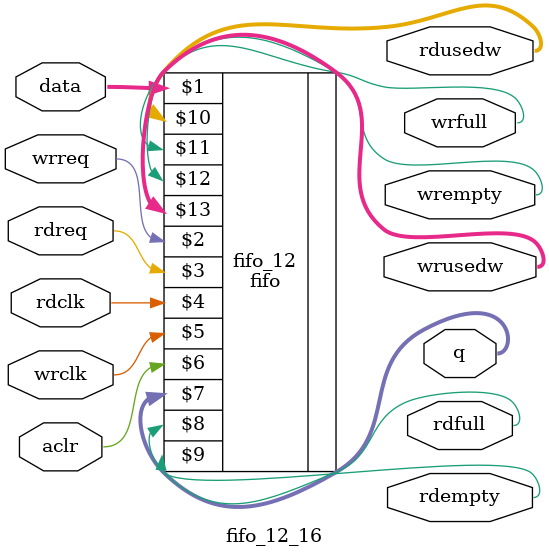
<source format=v>


module fifo_12_16(
input   [15:0]  data,
input           wrreq,
input           wrclk,
output          wrfull,
output          wrempty,
output  [3:0]   wrusedw,

output  [15:0]  q,
input           rdreq,
input           rdclk,
output          rdfull,
output          rdempty,
output  [3:0]   rdusedw,

input           aclr );

fifo #(.width(16), .depth(12), .addr_bits(4)) fifo_12
        (data, wrreq, rdreq, rdclk, wrclk, aclr, q,
         rdfull, rdempty, rdusedw, wrfull, wrempty, wrusedw);

 endmodule


</source>
